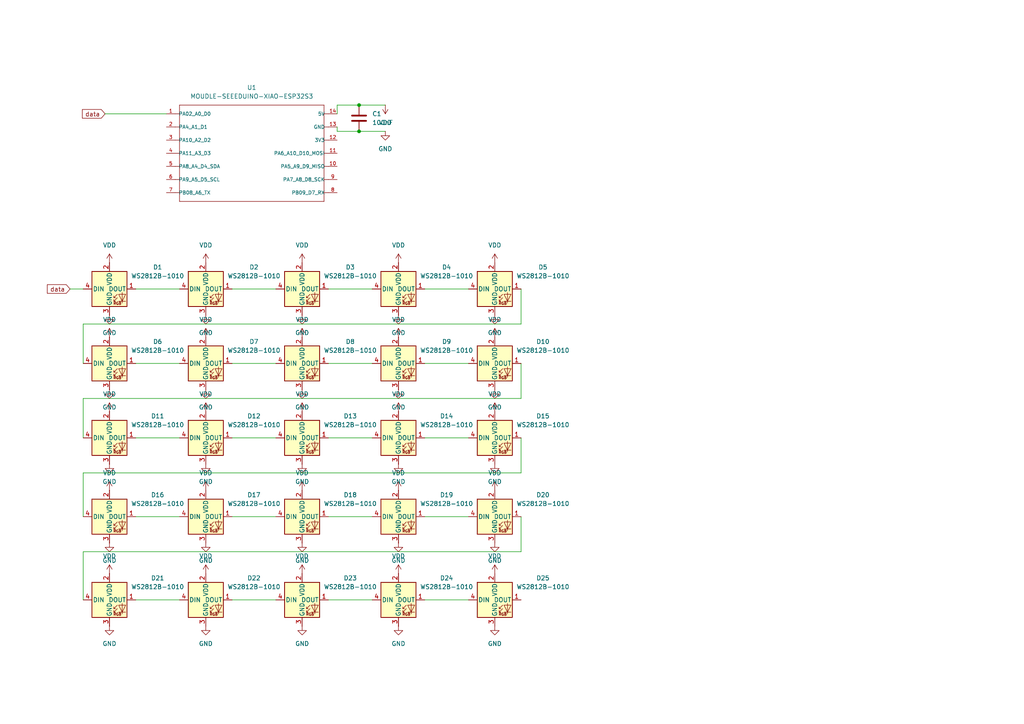
<source format=kicad_sch>
(kicad_sch (version 20231120) (generator "eeschema") (generator_version "8.0")
  (paper "A4")
  (lib_symbols
    (symbol "microled-square:C" (pin_numbers hide) (pin_names (offset 0.254))
      (property "Reference" "C" (at 0.635 2.54 0))
      (property "Value" "C" (at 0.635 -2.54 0))
      (symbol "C_0_1"
        (polyline (pts (xy -2.032 -0.762) (xy 2.032 -0.762)) (stroke (width 0.508)))
        (polyline (pts (xy -2.032 0.762) (xy 2.032 0.762)) (stroke (width 0.508)))
      )
      (symbol "C_1_1"
        (pin passive line (at 0 3.81 270) (length 2.794) (name "~") (number "1"))
        (pin passive line (at 0 -3.81 90) (length 2.794) (name "~") (number "2"))
      )
    )
    (symbol "microled-square:GND" (power) (pin_numbers hide) (pin_names (offset 0) hide)
      (property "Value" "GND" (at 0 -3.81 0))
      (symbol "GND_0_1"
        (polyline (pts (xy 0 0) (xy 0 -1.27) (xy 1.27 -1.27) (xy 0 -2.54) (xy -1.27 -1.27) (xy 0 -1.27)))
      )
      (symbol "GND_1_1"
        (pin power_in line (at 0 0 270) (length 0) (name "~") (number "1"))
      )
    )
    (symbol "microled-square:MOUDLE-SEEEDUINO-XIAO-ESP32S3" (pin_names (offset 1.016))
      (property "Reference" "U" (at -21.59 15.24 0))
      (property "Value" "MOUDLE-SEEEDUINO-XIAO-ESP32S3" (at -21.59 13.97 0))
      (symbol "MOUDLE-SEEEDUINO-XIAO-ESP32S3_0_0"
        (polyline (pts (xy -21.59 -13.97) (xy -21.59 0)) (stroke (width 0.1524)))
        (polyline (pts (xy -21.59 -11.43) (xy -22.86 -11.43)) (stroke (width 0.1524)))
        (polyline (pts (xy -21.59 -7.62) (xy -22.86 -7.62)) (stroke (width 0.1524)))
        (polyline (pts (xy -21.59 -3.81) (xy -22.86 -3.81)) (stroke (width 0.1524)))
        (polyline (pts (xy -21.59 0) (xy -22.86 0)) (stroke (width 0.1524)))
        (polyline (pts (xy -21.59 0) (xy -21.59 3.81)) (stroke (width 0.1524)))
        (polyline (pts (xy -21.59 3.81) (xy -22.86 3.81)) (stroke (width 0.1524)))
        (polyline (pts (xy -21.59 3.81) (xy -21.59 7.62)) (stroke (width 0.1524)))
        (polyline (pts (xy -21.59 7.62) (xy -22.86 7.62)) (stroke (width 0.1524)))
        (polyline (pts (xy -21.59 7.62) (xy -21.59 11.43)) (stroke (width 0.1524)))
        (polyline (pts (xy -21.59 11.43) (xy -22.86 11.43)) (stroke (width 0.1524)))
        (polyline (pts (xy -21.59 11.43) (xy -21.59 13.97)) (stroke (width 0.1524)))
        (polyline (pts (xy -21.59 13.97) (xy 20.32 13.97)) (stroke (width 0.1524)))
        (polyline (pts (xy 20.32 -13.97) (xy -21.59 -13.97)) (stroke (width 0.1524)))
        (polyline (pts (xy 20.32 3.81) (xy 20.32 -13.97)) (stroke (width 0.1524)))
        (polyline (pts (xy 20.32 7.62) (xy 20.32 3.81)) (stroke (width 0.1524)))
        (polyline (pts (xy 20.32 11.43) (xy 20.32 7.62)) (stroke (width 0.1524)))
        (polyline (pts (xy 20.32 13.97) (xy 20.32 11.43)) (stroke (width 0.1524)))
        (polyline (pts (xy 21.59 -11.43) (xy 20.32 -11.43)) (stroke (width 0.1524)))
        (polyline (pts (xy 21.59 -7.62) (xy 20.32 -7.62)) (stroke (width 0.1524)))
        (polyline (pts (xy 21.59 -3.81) (xy 20.32 -3.81)) (stroke (width 0.1524)))
        (polyline (pts (xy 21.59 0) (xy 20.32 0)) (stroke (width 0.1524)))
        (polyline (pts (xy 21.59 3.81) (xy 20.32 3.81)) (stroke (width 0.1524)))
        (polyline (pts (xy 21.59 7.62) (xy 20.32 7.62)) (stroke (width 0.1524)))
        (polyline (pts (xy 21.59 11.43) (xy 20.32 11.43)) (stroke (width 0.1524)))
        (pin bidirectional line (at -25.4 11.43 0) (length 2.54) (name "PA02_A0_D0") (number "1"))
        (pin bidirectional line (at 24.13 -3.81 180) (length 2.54) (name "PA5_A9_D9_MISO") (number "10"))
        (pin bidirectional line (at 24.13 0 180) (length 2.54) (name "PA6_A10_D10_MOSI") (number "11"))
        (pin bidirectional line (at 24.13 3.81 180) (length 2.54) (name "3V3") (number "12"))
        (pin bidirectional line (at 24.13 7.62 180) (length 2.54) (name "GND") (number "13"))
        (pin bidirectional line (at 24.13 11.43 180) (length 2.54) (name "5V") (number "14"))
        (pin bidirectional line (at -25.4 7.62 0) (length 2.54) (name "PA4_A1_D1") (number "2"))
        (pin bidirectional line (at -25.4 3.81 0) (length 2.54) (name "PA10_A2_D2") (number "3"))
        (pin bidirectional line (at -25.4 0 0) (length 2.54) (name "PA11_A3_D3") (number "4"))
        (pin bidirectional line (at -25.4 -3.81 0) (length 2.54) (name "PA8_A4_D4_SDA") (number "5"))
        (pin bidirectional line (at -25.4 -7.62 0) (length 2.54) (name "PA9_A5_D5_SCL") (number "6"))
        (pin bidirectional line (at -25.4 -11.43 0) (length 2.54) (name "PB08_A6_TX") (number "7"))
        (pin bidirectional line (at 24.13 -11.43 180) (length 2.54) (name "PB09_D7_RX") (number "8"))
        (pin bidirectional line (at 24.13 -7.62 180) (length 2.54) (name "PA7_A8_D8_SCK") (number "9"))
      )
    )
    (symbol "microled-square:VDD" (power) (pin_numbers hide) (pin_names (offset 0) hide)
      (property "Value" "VDD" (at 0 3.556 0))
      (symbol "VDD_0_1"
        (polyline (pts (xy -0.762 1.27) (xy 0 2.54)))
        (polyline (pts (xy 0 0) (xy 0 2.54)))
        (polyline (pts (xy 0 2.54) (xy 0.762 1.27)))
      )
      (symbol "VDD_1_1"
        (pin power_in line (at 0 0 90) (length 0) (name "~") (number "1"))
      )
    )
    (symbol "microled-square:WS2812B-1010" (pin_names (offset 0.254))
      (property "Reference" "D" (at 5.08 5.715 0))
      (property "Value" "WS2812B-1010" (at 1.27 -5.715 0))
      (symbol "WS2812B-1010_0_0"
        (text "RGB" (at 2.286 -4.191 0) (effects (font (size 0.762 0.762))))
      )
      (symbol "WS2812B-1010_0_1"
        (rectangle (start -5.08 5.08) (end 5.08 -5.08) (stroke (width 0.254)) (fill (type background)))
        (polyline (pts (xy 1.27 -3.556) (xy 1.778 -3.556)))
        (polyline (pts (xy 1.27 -2.54) (xy 1.778 -2.54)))
        (polyline (pts (xy 4.699 -3.556) (xy 2.667 -3.556)))
        (polyline (pts (xy 2.286 -2.54) (xy 1.27 -3.556) (xy 1.27 -3.048)))
        (polyline (pts (xy 2.286 -1.524) (xy 1.27 -2.54) (xy 1.27 -2.032)))
        (polyline (pts (xy 3.683 -1.016) (xy 3.683 -3.556) (xy 3.683 -4.064)))
        (polyline (pts (xy 4.699 -1.524) (xy 2.667 -1.524) (xy 3.683 -3.556) (xy 4.699 -1.524)))
      )
      (symbol "WS2812B-1010_1_1"
        (pin output line (at 7.62 0 180) (length 2.54) (name "DOUT") (number "1"))
        (pin power_in line (at 0 7.62 270) (length 2.54) (name "VDD") (number "2"))
        (pin power_in line (at 0 -7.62 90) (length 2.54) (name "GND") (number "3"))
        (pin input line (at -7.62 0 0) (length 2.54) (name "DIN") (number "4"))
      )
    )
  )
  (junction (at 104.14 30.48))
  (junction (at 104.14 38.1))
  (wire (pts (xy 123.19 173.99) (xy 135.89 173.99)))
  (wire (pts (xy 39.37 83.82) (xy 52.07 83.82)))
  (wire (pts (xy 95.25 105.41) (xy 107.95 105.41)))
  (wire (pts (xy 39.37 105.41) (xy 52.07 105.41)))
  (wire (pts (xy 97.79 30.48) (xy 104.14 30.48)))
  (wire (pts (xy 151.13 93.98) (xy 24.13 93.98)))
  (wire (pts (xy 24.13 137.16) (xy 24.13 149.86)))
  (wire (pts (xy 67.31 149.86) (xy 80.01 149.86)))
  (wire (pts (xy 39.37 127) (xy 52.07 127)))
  (wire (pts (xy 123.19 105.41) (xy 135.89 105.41)))
  (wire (pts (xy 95.25 83.82) (xy 107.95 83.82)))
  (wire (pts (xy 104.14 38.1) (xy 111.76 38.1)))
  (wire (pts (xy 151.13 127) (xy 151.13 137.16)))
  (wire (pts (xy 30.48 33.02) (xy 48.26 33.02)))
  (wire (pts (xy 104.14 30.48) (xy 111.76 30.48)))
  (wire (pts (xy 97.79 33.02) (xy 97.79 30.48)))
  (wire (pts (xy 24.13 115.57) (xy 24.13 127)))
  (wire (pts (xy 20.32 83.82) (xy 24.13 83.82)))
  (wire (pts (xy 123.19 127) (xy 135.89 127)))
  (wire (pts (xy 123.19 83.82) (xy 135.89 83.82)))
  (wire (pts (xy 151.13 83.82) (xy 151.13 93.98)))
  (wire (pts (xy 123.19 149.86) (xy 135.89 149.86)))
  (wire (pts (xy 67.31 173.99) (xy 80.01 173.99)))
  (wire (pts (xy 67.31 83.82) (xy 80.01 83.82)))
  (wire (pts (xy 151.13 105.41) (xy 151.13 115.57)))
  (wire (pts (xy 151.13 149.86) (xy 151.13 160.02)))
  (wire (pts (xy 24.13 93.98) (xy 24.13 105.41)))
  (wire (pts (xy 67.31 105.41) (xy 80.01 105.41)))
  (wire (pts (xy 97.79 38.1) (xy 104.14 38.1)))
  (wire (pts (xy 39.37 173.99) (xy 52.07 173.99)))
  (wire (pts (xy 39.37 149.86) (xy 52.07 149.86)))
  (wire (pts (xy 95.25 149.86) (xy 107.95 149.86)))
  (wire (pts (xy 97.79 36.83) (xy 97.79 38.1)))
  (wire (pts (xy 151.13 137.16) (xy 24.13 137.16)))
  (wire (pts (xy 151.13 160.02) (xy 24.13 160.02)))
  (wire (pts (xy 67.31 127) (xy 80.01 127)))
  (wire (pts (xy 24.13 160.02) (xy 24.13 173.99)))
  (wire (pts (xy 95.25 127) (xy 107.95 127)))
  (wire (pts (xy 95.25 173.99) (xy 107.95 173.99)))
  (wire (pts (xy 151.13 115.57) (xy 24.13 115.57)))
  (global_label "data" (shape input) (at 30.48 33.02 180) (property "Intersheetrefs" "${INTERSHEET_REFS}" (effects (hide yes))))
  (global_label "data" (shape input) (at 20.32 83.82 180) (property "Intersheetrefs" "${INTERSHEET_REFS}" (effects (hide yes))))
  (symbol (lib_id "microled-square:GND") (at 115.57 157.48 0) (unit 1)
    (property "Reference" "#PWR046" (effects (hide yes)))
    (property "Value" "GND" (at 115.57 162.56 0))
    (property "Description" "Power symbol creates a global label with name \"GND\" , ground" (effects (hide yes)))
  )
  (symbol (lib_id "microled-square:VDD") (at 59.69 166.37 0) (unit 1)
    (property "Reference" "#PWR024" (effects (hide yes)))
    (property "Value" "VDD" (at 59.69 161.29 0))
    (property "Description" "Power symbol creates a global label with name \"VDD\"" (effects (hide yes)))
  )
  (symbol (lib_id "microled-square:GND") (at 31.75 157.48 0) (unit 1)
    (property "Reference" "#PWR043" (effects (hide yes)))
    (property "Value" "GND" (at 31.75 162.56 0))
    (property "Description" "Power symbol creates a global label with name \"GND\" , ground" (effects (hide yes)))
  )
  (symbol (lib_id "microled-square:VDD") (at 87.63 166.37 0) (unit 1)
    (property "Reference" "#PWR025" (effects (hide yes)))
    (property "Value" "VDD" (at 87.63 161.29 0))
    (property "Description" "Power symbol creates a global label with name \"VDD\"" (effects (hide yes)))
  )
  (symbol (lib_id "microled-square:WS2812B-1010") (at 87.63 105.41 0) (unit 1)
    (property "Reference" "D8" (at 101.6 99.0914 0))
    (property "Value" "WS2812B-1010" (at 101.6 101.6314 0))
    (property "Footprint" "LED_SMD:LED_WS2812B-2020_PLCC4_2.0x2.0mm" (effects (hide yes)))
    (property "Datasheet" "https://wmsc.lcsc.com/wmsc/upload/file/pdf/v2/lcsc/2402181502_XINGLIGHT-XL-1010RGBC-WS2812B_C5349953.pdf" (effects (hide yes)))
    (property "Description" "RGB LED with integrated controller, 1.0 x 1.0 mm" (effects (hide yes)))
  )
  (symbol (lib_id "microled-square:WS2812B-1010") (at 115.57 83.82 0) (unit 1)
    (property "Reference" "D4" (at 129.54 77.5014 0))
    (property "Value" "WS2812B-1010" (at 129.54 80.0414 0))
    (property "Footprint" "LED_SMD:LED_WS2812B-2020_PLCC4_2.0x2.0mm" (effects (hide yes)))
    (property "Datasheet" "https://wmsc.lcsc.com/wmsc/upload/file/pdf/v2/lcsc/2402181502_XINGLIGHT-XL-1010RGBC-WS2812B_C5349953.pdf" (effects (hide yes)))
    (property "Description" "RGB LED with integrated controller, 1.0 x 1.0 mm" (effects (hide yes)))
  )
  (symbol (lib_id "microled-square:WS2812B-1010") (at 31.75 149.86 0) (unit 1)
    (property "Reference" "D16" (at 45.72 143.5414 0))
    (property "Value" "WS2812B-1010" (at 45.72 146.0814 0))
    (property "Footprint" "LED_SMD:LED_WS2812B-2020_PLCC4_2.0x2.0mm" (effects (hide yes)))
    (property "Datasheet" "https://wmsc.lcsc.com/wmsc/upload/file/pdf/v2/lcsc/2402181502_XINGLIGHT-XL-1010RGBC-WS2812B_C5349953.pdf" (effects (hide yes)))
    (property "Description" "RGB LED with integrated controller, 1.0 x 1.0 mm" (effects (hide yes)))
  )
  (symbol (lib_id "microled-square:VDD") (at 143.51 166.37 0) (unit 1)
    (property "Reference" "#PWR027" (effects (hide yes)))
    (property "Value" "VDD" (at 143.51 161.29 0))
    (property "Description" "Power symbol creates a global label with name \"VDD\"" (effects (hide yes)))
  )
  (symbol (lib_id "microled-square:GND") (at 143.51 91.44 0) (unit 1)
    (property "Reference" "#PWR032" (effects (hide yes)))
    (property "Value" "GND" (at 143.51 96.52 0))
    (property "Description" "Power symbol creates a global label with name \"GND\" , ground" (effects (hide yes)))
  )
  (symbol (lib_id "microled-square:VDD") (at 87.63 119.38 0) (unit 1)
    (property "Reference" "#PWR015" (effects (hide yes)))
    (property "Value" "VDD" (at 87.63 114.3 0))
    (property "Description" "Power symbol creates a global label with name \"VDD\"" (effects (hide yes)))
  )
  (symbol (lib_id "microled-square:VDD") (at 87.63 142.24 0) (unit 1)
    (property "Reference" "#PWR020" (effects (hide yes)))
    (property "Value" "VDD" (at 87.63 137.16 0))
    (property "Description" "Power symbol creates a global label with name \"VDD\"" (effects (hide yes)))
  )
  (symbol (lib_id "microled-square:WS2812B-1010") (at 87.63 173.99 0) (unit 1)
    (property "Reference" "D23" (at 101.6 167.6714 0))
    (property "Value" "WS2812B-1010" (at 101.6 170.2114 0))
    (property "Footprint" "LED_SMD:LED_WS2812B-2020_PLCC4_2.0x2.0mm" (effects (hide yes)))
    (property "Datasheet" "https://wmsc.lcsc.com/wmsc/upload/file/pdf/v2/lcsc/2402181502_XINGLIGHT-XL-1010RGBC-WS2812B_C5349953.pdf" (effects (hide yes)))
    (property "Description" "RGB LED with integrated controller, 1.0 x 1.0 mm" (effects (hide yes)))
  )
  (symbol (lib_id "microled-square:GND") (at 59.69 134.62 0) (unit 1)
    (property "Reference" "#PWR041" (effects (hide yes)))
    (property "Value" "GND" (at 59.69 139.7 0))
    (property "Description" "Power symbol creates a global label with name \"GND\" , ground" (effects (hide yes)))
  )
  (symbol (lib_id "microled-square:VDD") (at 115.57 166.37 0) (unit 1)
    (property "Reference" "#PWR026" (effects (hide yes)))
    (property "Value" "VDD" (at 115.57 161.29 0))
    (property "Description" "Power symbol creates a global label with name \"VDD\"" (effects (hide yes)))
  )
  (symbol (lib_id "microled-square:VDD") (at 111.76 30.48 180) (unit 1)
    (property "Reference" "#PWR01" (effects (hide yes)))
    (property "Value" "VDD" (at 111.76 35.56 0))
    (property "Description" "Power symbol creates a global label with name \"VDD\"" (effects (hide yes)))
  )
  (symbol (lib_id "microled-square:WS2812B-1010") (at 115.57 173.99 0) (unit 1)
    (property "Reference" "D24" (at 129.54 167.6714 0))
    (property "Value" "WS2812B-1010" (at 129.54 170.2114 0))
    (property "Footprint" "LED_SMD:LED_WS2812B-2020_PLCC4_2.0x2.0mm" (effects (hide yes)))
    (property "Datasheet" "https://wmsc.lcsc.com/wmsc/upload/file/pdf/v2/lcsc/2402181502_XINGLIGHT-XL-1010RGBC-WS2812B_C5349953.pdf" (effects (hide yes)))
    (property "Description" "RGB LED with integrated controller, 1.0 x 1.0 mm" (effects (hide yes)))
  )
  (symbol (lib_id "microled-square:WS2812B-1010") (at 115.57 127 0) (unit 1)
    (property "Reference" "D14" (at 129.54 120.6814 0))
    (property "Value" "WS2812B-1010" (at 129.54 123.2214 0))
    (property "Footprint" "LED_SMD:LED_WS2812B-2020_PLCC4_2.0x2.0mm" (effects (hide yes)))
    (property "Datasheet" "https://wmsc.lcsc.com/wmsc/upload/file/pdf/v2/lcsc/2402181502_XINGLIGHT-XL-1010RGBC-WS2812B_C5349953.pdf" (effects (hide yes)))
    (property "Description" "RGB LED with integrated controller, 1.0 x 1.0 mm" (effects (hide yes)))
  )
  (symbol (lib_id "microled-square:VDD") (at 31.75 119.38 0) (unit 1)
    (property "Reference" "#PWR013" (effects (hide yes)))
    (property "Value" "VDD" (at 31.75 114.3 0))
    (property "Description" "Power symbol creates a global label with name \"VDD\"" (effects (hide yes)))
  )
  (symbol (lib_id "microled-square:WS2812B-1010") (at 87.63 149.86 0) (unit 1)
    (property "Reference" "D18" (at 101.6 143.5414 0))
    (property "Value" "WS2812B-1010" (at 101.6 146.0814 0))
    (property "Footprint" "LED_SMD:LED_WS2812B-2020_PLCC4_2.0x2.0mm" (effects (hide yes)))
    (property "Datasheet" "https://wmsc.lcsc.com/wmsc/upload/file/pdf/v2/lcsc/2402181502_XINGLIGHT-XL-1010RGBC-WS2812B_C5349953.pdf" (effects (hide yes)))
    (property "Description" "RGB LED with integrated controller, 1.0 x 1.0 mm" (effects (hide yes)))
  )
  (symbol (lib_id "microled-square:VDD") (at 143.51 76.2 0) (unit 1)
    (property "Reference" "#PWR07" (effects (hide yes)))
    (property "Value" "VDD" (at 143.51 71.12 0))
    (property "Description" "Power symbol creates a global label with name \"VDD\"" (effects (hide yes)))
  )
  (symbol (lib_id "microled-square:WS2812B-1010") (at 143.51 149.86 0) (unit 1)
    (property "Reference" "D20" (at 157.48 143.5414 0))
    (property "Value" "WS2812B-1010" (at 157.48 146.0814 0))
    (property "Footprint" "LED_SMD:LED_WS2812B-2020_PLCC4_2.0x2.0mm" (effects (hide yes)))
    (property "Datasheet" "https://wmsc.lcsc.com/wmsc/upload/file/pdf/v2/lcsc/2402181502_XINGLIGHT-XL-1010RGBC-WS2812B_C5349953.pdf" (effects (hide yes)))
    (property "Description" "RGB LED with integrated controller, 1.0 x 1.0 mm" (effects (hide yes)))
  )
  (symbol (lib_id "microled-square:GND") (at 59.69 157.48 0) (unit 1)
    (property "Reference" "#PWR044" (effects (hide yes)))
    (property "Value" "GND" (at 59.69 162.56 0))
    (property "Description" "Power symbol creates a global label with name \"GND\" , ground" (effects (hide yes)))
  )
  (symbol (lib_id "microled-square:C") (at 104.14 34.29 0) (unit 1)
    (property "Reference" "C1" (at 107.95 33.0199 0) (effects (justify left)))
    (property "Value" "100nF" (at 107.95 35.5599 0) (effects (justify left)))
    (property "Description" "Unpolarized capacitor" (effects (hide yes)))
  )
  (symbol (lib_id "microled-square:VDD") (at 143.51 119.38 0) (unit 1)
    (property "Reference" "#PWR017" (effects (hide yes)))
    (property "Value" "VDD" (at 143.51 114.3 0))
    (property "Description" "Power symbol creates a global label with name \"VDD\"" (effects (hide yes)))
  )
  (symbol (lib_id "microled-square:GND") (at 59.69 113.03 0) (unit 1)
    (property "Reference" "#PWR034" (effects (hide yes)))
    (property "Value" "GND" (at 59.69 118.11 0))
    (property "Description" "Power symbol creates a global label with name \"GND\" , ground" (effects (hide yes)))
  )
  (symbol (lib_id "microled-square:WS2812B-1010") (at 59.69 149.86 0) (unit 1)
    (property "Reference" "D17" (at 73.66 143.5414 0))
    (property "Value" "WS2812B-1010" (at 73.66 146.0814 0))
    (property "Footprint" "LED_SMD:LED_WS2812B-2020_PLCC4_2.0x2.0mm" (effects (hide yes)))
    (property "Datasheet" "https://wmsc.lcsc.com/wmsc/upload/file/pdf/v2/lcsc/2402181502_XINGLIGHT-XL-1010RGBC-WS2812B_C5349953.pdf" (effects (hide yes)))
    (property "Description" "RGB LED with integrated controller, 1.0 x 1.0 mm" (effects (hide yes)))
  )
  (symbol (lib_id "microled-square:GND") (at 31.75 181.61 0) (unit 1)
    (property "Reference" "#PWR052" (effects (hide yes)))
    (property "Value" "GND" (at 31.75 186.69 0))
    (property "Description" "Power symbol creates a global label with name \"GND\" , ground" (effects (hide yes)))
  )
  (symbol (lib_id "microled-square:WS2812B-1010") (at 143.51 105.41 0) (unit 1)
    (property "Reference" "D10" (at 157.48 99.0914 0))
    (property "Value" "WS2812B-1010" (at 157.48 101.6314 0))
    (property "Footprint" "LED_SMD:LED_WS2812B-2020_PLCC4_2.0x2.0mm" (effects (hide yes)))
    (property "Datasheet" "https://wmsc.lcsc.com/wmsc/upload/file/pdf/v2/lcsc/2402181502_XINGLIGHT-XL-1010RGBC-WS2812B_C5349953.pdf" (effects (hide yes)))
    (property "Description" "RGB LED with integrated controller, 1.0 x 1.0 mm" (effects (hide yes)))
  )
  (symbol (lib_id "microled-square:VDD") (at 115.57 76.2 0) (unit 1)
    (property "Reference" "#PWR06" (effects (hide yes)))
    (property "Value" "VDD" (at 115.57 71.12 0))
    (property "Description" "Power symbol creates a global label with name \"VDD\"" (effects (hide yes)))
  )
  (symbol (lib_id "microled-square:GND") (at 111.76 38.1 0) (unit 1)
    (property "Reference" "#PWR02" (effects (hide yes)))
    (property "Value" "GND" (at 111.76 43.18 0))
    (property "Description" "Power symbol creates a global label with name \"GND\" , ground" (effects (hide yes)))
  )
  (symbol (lib_id "microled-square:MOUDLE-SEEEDUINO-XIAO-ESP32S3") (at 73.66 44.45 0) (unit 1)
    (property "Reference" "U1" (at 73.025 25.4 0))
    (property "Value" "MOUDLE-SEEEDUINO-XIAO-ESP32S3" (at 73.025 27.94 0))
    (property "Footprint" "MOUDLE14P-SMD-2.54-21X17.8MM" (effects (hide yes)))
  )
  (symbol (lib_id "microled-square:WS2812B-1010") (at 59.69 127 0) (unit 1)
    (property "Reference" "D12" (at 73.66 120.6814 0))
    (property "Value" "WS2812B-1010" (at 73.66 123.2214 0))
    (property "Footprint" "LED_SMD:LED_WS2812B-2020_PLCC4_2.0x2.0mm" (effects (hide yes)))
    (property "Datasheet" "https://wmsc.lcsc.com/wmsc/upload/file/pdf/v2/lcsc/2402181502_XINGLIGHT-XL-1010RGBC-WS2812B_C5349953.pdf" (effects (hide yes)))
    (property "Description" "RGB LED with integrated controller, 1.0 x 1.0 mm" (effects (hide yes)))
  )
  (symbol (lib_id "microled-square:VDD") (at 115.57 142.24 0) (unit 1)
    (property "Reference" "#PWR019" (effects (hide yes)))
    (property "Value" "VDD" (at 115.57 137.16 0))
    (property "Description" "Power symbol creates a global label with name \"VDD\"" (effects (hide yes)))
  )
  (symbol (lib_id "microled-square:GND") (at 143.51 113.03 0) (unit 1)
    (property "Reference" "#PWR037" (effects (hide yes)))
    (property "Value" "GND" (at 143.51 118.11 0))
    (property "Description" "Power symbol creates a global label with name \"GND\" , ground" (effects (hide yes)))
  )
  (symbol (lib_id "microled-square:WS2812B-1010") (at 31.75 105.41 0) (unit 1)
    (property "Reference" "D6" (at 45.72 99.0914 0))
    (property "Value" "WS2812B-1010" (at 45.72 101.6314 0))
    (property "Footprint" "LED_SMD:LED_WS2812B-2020_PLCC4_2.0x2.0mm" (effects (hide yes)))
    (property "Datasheet" "https://wmsc.lcsc.com/wmsc/upload/file/pdf/v2/lcsc/2402181502_XINGLIGHT-XL-1010RGBC-WS2812B_C5349953.pdf" (effects (hide yes)))
    (property "Description" "RGB LED with integrated controller, 1.0 x 1.0 mm" (effects (hide yes)))
  )
  (symbol (lib_id "microled-square:WS2812B-1010") (at 115.57 105.41 0) (unit 1)
    (property "Reference" "D9" (at 129.54 99.0914 0))
    (property "Value" "WS2812B-1010" (at 129.54 101.6314 0))
    (property "Footprint" "LED_SMD:LED_WS2812B-2020_PLCC4_2.0x2.0mm" (effects (hide yes)))
    (property "Datasheet" "https://wmsc.lcsc.com/wmsc/upload/file/pdf/v2/lcsc/2402181502_XINGLIGHT-XL-1010RGBC-WS2812B_C5349953.pdf" (effects (hide yes)))
    (property "Description" "RGB LED with integrated controller, 1.0 x 1.0 mm" (effects (hide yes)))
  )
  (symbol (lib_id "microled-square:VDD") (at 31.75 166.37 0) (unit 1)
    (property "Reference" "#PWR023" (effects (hide yes)))
    (property "Value" "VDD" (at 31.75 161.29 0))
    (property "Description" "Power symbol creates a global label with name \"VDD\"" (effects (hide yes)))
  )
  (symbol (lib_id "microled-square:GND") (at 115.57 113.03 0) (unit 1)
    (property "Reference" "#PWR036" (effects (hide yes)))
    (property "Value" "GND" (at 115.57 118.11 0))
    (property "Description" "Power symbol creates a global label with name \"GND\" , ground" (effects (hide yes)))
  )
  (symbol (lib_id "microled-square:GND") (at 87.63 91.44 0) (unit 1)
    (property "Reference" "#PWR030" (effects (hide yes)))
    (property "Value" "GND" (at 87.63 96.52 0))
    (property "Description" "Power symbol creates a global label with name \"GND\" , ground" (effects (hide yes)))
  )
  (symbol (lib_id "microled-square:GND") (at 115.57 134.62 0) (unit 1)
    (property "Reference" "#PWR039" (effects (hide yes)))
    (property "Value" "GND" (at 115.57 139.7 0))
    (property "Description" "Power symbol creates a global label with name \"GND\" , ground" (effects (hide yes)))
  )
  (symbol (lib_id "microled-square:GND") (at 59.69 91.44 0) (unit 1)
    (property "Reference" "#PWR029" (effects (hide yes)))
    (property "Value" "GND" (at 59.69 96.52 0))
    (property "Description" "Power symbol creates a global label with name \"GND\" , ground" (effects (hide yes)))
  )
  (symbol (lib_id "microled-square:GND") (at 31.75 113.03 0) (unit 1)
    (property "Reference" "#PWR033" (effects (hide yes)))
    (property "Value" "GND" (at 31.75 118.11 0))
    (property "Description" "Power symbol creates a global label with name \"GND\" , ground" (effects (hide yes)))
  )
  (symbol (lib_id "microled-square:VDD") (at 31.75 76.2 0) (unit 1)
    (property "Reference" "#PWR03" (effects (hide yes)))
    (property "Value" "VDD" (at 31.75 71.12 0))
    (property "Description" "Power symbol creates a global label with name \"VDD\"" (effects (hide yes)))
  )
  (symbol (lib_id "microled-square:WS2812B-1010") (at 31.75 127 0) (unit 1)
    (property "Reference" "D11" (at 45.72 120.6814 0))
    (property "Value" "WS2812B-1010" (at 45.72 123.2214 0))
    (property "Footprint" "LED_SMD:LED_WS2812B-2020_PLCC4_2.0x2.0mm" (effects (hide yes)))
    (property "Datasheet" "https://wmsc.lcsc.com/wmsc/upload/file/pdf/v2/lcsc/2402181502_XINGLIGHT-XL-1010RGBC-WS2812B_C5349953.pdf" (effects (hide yes)))
    (property "Description" "RGB LED with integrated controller, 1.0 x 1.0 mm" (effects (hide yes)))
  )
  (symbol (lib_id "microled-square:VDD") (at 143.51 97.79 0) (unit 1)
    (property "Reference" "#PWR08" (effects (hide yes)))
    (property "Value" "VDD" (at 143.51 92.71 0))
    (property "Description" "Power symbol creates a global label with name \"VDD\"" (effects (hide yes)))
  )
  (symbol (lib_id "microled-square:VDD") (at 59.69 119.38 0) (unit 1)
    (property "Reference" "#PWR014" (effects (hide yes)))
    (property "Value" "VDD" (at 59.69 114.3 0))
    (property "Description" "Power symbol creates a global label with name \"VDD\"" (effects (hide yes)))
  )
  (symbol (lib_id "microled-square:VDD") (at 59.69 97.79 0) (unit 1)
    (property "Reference" "#PWR011" (effects (hide yes)))
    (property "Value" "VDD" (at 59.69 92.71 0))
    (property "Description" "Power symbol creates a global label with name \"VDD\"" (effects (hide yes)))
  )
  (symbol (lib_id "microled-square:GND") (at 87.63 113.03 0) (unit 1)
    (property "Reference" "#PWR035" (effects (hide yes)))
    (property "Value" "GND" (at 87.63 118.11 0))
    (property "Description" "Power symbol creates a global label with name \"GND\" , ground" (effects (hide yes)))
  )
  (symbol (lib_id "microled-square:GND") (at 31.75 134.62 0) (unit 1)
    (property "Reference" "#PWR042" (effects (hide yes)))
    (property "Value" "GND" (at 31.75 139.7 0))
    (property "Description" "Power symbol creates a global label with name \"GND\" , ground" (effects (hide yes)))
  )
  (symbol (lib_id "microled-square:WS2812B-1010") (at 59.69 173.99 0) (unit 1)
    (property "Reference" "D22" (at 73.66 167.6714 0))
    (property "Value" "WS2812B-1010" (at 73.66 170.2114 0))
    (property "Footprint" "LED_SMD:LED_WS2812B-2020_PLCC4_2.0x2.0mm" (effects (hide yes)))
    (property "Datasheet" "https://wmsc.lcsc.com/wmsc/upload/file/pdf/v2/lcsc/2402181502_XINGLIGHT-XL-1010RGBC-WS2812B_C5349953.pdf" (effects (hide yes)))
    (property "Description" "RGB LED with integrated controller, 1.0 x 1.0 mm" (effects (hide yes)))
  )
  (symbol (lib_id "microled-square:WS2812B-1010") (at 59.69 105.41 0) (unit 1)
    (property "Reference" "D7" (at 73.66 99.0914 0))
    (property "Value" "WS2812B-1010" (at 73.66 101.6314 0))
    (property "Footprint" "LED_SMD:LED_WS2812B-2020_PLCC4_2.0x2.0mm" (effects (hide yes)))
    (property "Datasheet" "https://wmsc.lcsc.com/wmsc/upload/file/pdf/v2/lcsc/2402181502_XINGLIGHT-XL-1010RGBC-WS2812B_C5349953.pdf" (effects (hide yes)))
    (property "Description" "RGB LED with integrated controller, 1.0 x 1.0 mm" (effects (hide yes)))
  )
  (symbol (lib_id "microled-square:WS2812B-1010") (at 31.75 83.82 0) (unit 1)
    (property "Reference" "D1" (at 45.72 77.5014 0))
    (property "Value" "WS2812B-1010" (at 45.72 80.0414 0))
    (property "Footprint" "LED_SMD:LED_WS2812B-2020_PLCC4_2.0x2.0mm" (effects (hide yes)))
    (property "Datasheet" "https://wmsc.lcsc.com/wmsc/upload/file/pdf/v2/lcsc/2402181502_XINGLIGHT-XL-1010RGBC-WS2812B_C5349953.pdf" (effects (hide yes)))
    (property "Description" "RGB LED with integrated controller, 1.0 x 1.0 mm" (effects (hide yes)))
  )
  (symbol (lib_id "microled-square:GND") (at 143.51 157.48 0) (unit 1)
    (property "Reference" "#PWR047" (effects (hide yes)))
    (property "Value" "GND" (at 143.51 162.56 0))
    (property "Description" "Power symbol creates a global label with name \"GND\" , ground" (effects (hide yes)))
  )
  (symbol (lib_id "microled-square:GND") (at 115.57 181.61 0) (unit 1)
    (property "Reference" "#PWR049" (effects (hide yes)))
    (property "Value" "GND" (at 115.57 186.69 0))
    (property "Description" "Power symbol creates a global label with name \"GND\" , ground" (effects (hide yes)))
  )
  (symbol (lib_id "microled-square:GND") (at 115.57 91.44 0) (unit 1)
    (property "Reference" "#PWR031" (effects (hide yes)))
    (property "Value" "GND" (at 115.57 96.52 0))
    (property "Description" "Power symbol creates a global label with name \"GND\" , ground" (effects (hide yes)))
  )
  (symbol (lib_id "microled-square:WS2812B-1010") (at 87.63 127 0) (unit 1)
    (property "Reference" "D13" (at 101.6 120.6814 0))
    (property "Value" "WS2812B-1010" (at 101.6 123.2214 0))
    (property "Footprint" "LED_SMD:LED_WS2812B-2020_PLCC4_2.0x2.0mm" (effects (hide yes)))
    (property "Datasheet" "https://wmsc.lcsc.com/wmsc/upload/file/pdf/v2/lcsc/2402181502_XINGLIGHT-XL-1010RGBC-WS2812B_C5349953.pdf" (effects (hide yes)))
    (property "Description" "RGB LED with integrated controller, 1.0 x 1.0 mm" (effects (hide yes)))
  )
  (symbol (lib_id "microled-square:WS2812B-1010") (at 115.57 149.86 0) (unit 1)
    (property "Reference" "D19" (at 129.54 143.5414 0))
    (property "Value" "WS2812B-1010" (at 129.54 146.0814 0))
    (property "Footprint" "LED_SMD:LED_WS2812B-2020_PLCC4_2.0x2.0mm" (effects (hide yes)))
    (property "Datasheet" "https://wmsc.lcsc.com/wmsc/upload/file/pdf/v2/lcsc/2402181502_XINGLIGHT-XL-1010RGBC-WS2812B_C5349953.pdf" (effects (hide yes)))
    (property "Description" "RGB LED with integrated controller, 1.0 x 1.0 mm" (effects (hide yes)))
  )
  (symbol (lib_id "microled-square:VDD") (at 87.63 97.79 0) (unit 1)
    (property "Reference" "#PWR010" (effects (hide yes)))
    (property "Value" "VDD" (at 87.63 92.71 0))
    (property "Description" "Power symbol creates a global label with name \"VDD\"" (effects (hide yes)))
  )
  (symbol (lib_id "microled-square:WS2812B-1010") (at 143.51 173.99 0) (unit 1)
    (property "Reference" "D25" (at 157.48 167.6714 0))
    (property "Value" "WS2812B-1010" (at 157.48 170.2114 0))
    (property "Footprint" "LED_SMD:LED_WS2812B-2020_PLCC4_2.0x2.0mm" (effects (hide yes)))
    (property "Datasheet" "https://wmsc.lcsc.com/wmsc/upload/file/pdf/v2/lcsc/2402181502_XINGLIGHT-XL-1010RGBC-WS2812B_C5349953.pdf" (effects (hide yes)))
    (property "Description" "RGB LED with integrated controller, 1.0 x 1.0 mm" (effects (hide yes)))
  )
  (symbol (lib_id "microled-square:VDD") (at 31.75 142.24 0) (unit 1)
    (property "Reference" "#PWR022" (effects (hide yes)))
    (property "Value" "VDD" (at 31.75 137.16 0))
    (property "Description" "Power symbol creates a global label with name \"VDD\"" (effects (hide yes)))
  )
  (symbol (lib_id "microled-square:GND") (at 87.63 157.48 0) (unit 1)
    (property "Reference" "#PWR045" (effects (hide yes)))
    (property "Value" "GND" (at 87.63 162.56 0))
    (property "Description" "Power symbol creates a global label with name \"GND\" , ground" (effects (hide yes)))
  )
  (symbol (lib_id "microled-square:GND") (at 87.63 181.61 0) (unit 1)
    (property "Reference" "#PWR050" (effects (hide yes)))
    (property "Value" "GND" (at 87.63 186.69 0))
    (property "Description" "Power symbol creates a global label with name \"GND\" , ground" (effects (hide yes)))
  )
  (symbol (lib_id "microled-square:VDD") (at 59.69 142.24 0) (unit 1)
    (property "Reference" "#PWR021" (effects (hide yes)))
    (property "Value" "VDD" (at 59.69 137.16 0))
    (property "Description" "Power symbol creates a global label with name \"VDD\"" (effects (hide yes)))
  )
  (symbol (lib_id "microled-square:GND") (at 59.69 181.61 0) (unit 1)
    (property "Reference" "#PWR051" (effects (hide yes)))
    (property "Value" "GND" (at 59.69 186.69 0))
    (property "Description" "Power symbol creates a global label with name \"GND\" , ground" (effects (hide yes)))
  )
  (symbol (lib_id "microled-square:VDD") (at 115.57 97.79 0) (unit 1)
    (property "Reference" "#PWR09" (effects (hide yes)))
    (property "Value" "VDD" (at 115.57 92.71 0))
    (property "Description" "Power symbol creates a global label with name \"VDD\"" (effects (hide yes)))
  )
  (symbol (lib_id "microled-square:VDD") (at 115.57 119.38 0) (unit 1)
    (property "Reference" "#PWR016" (effects (hide yes)))
    (property "Value" "VDD" (at 115.57 114.3 0))
    (property "Description" "Power symbol creates a global label with name \"VDD\"" (effects (hide yes)))
  )
  (symbol (lib_id "microled-square:GND") (at 143.51 181.61 0) (unit 1)
    (property "Reference" "#PWR048" (effects (hide yes)))
    (property "Value" "GND" (at 143.51 186.69 0))
    (property "Description" "Power symbol creates a global label with name \"GND\" , ground" (effects (hide yes)))
  )
  (symbol (lib_id "microled-square:WS2812B-1010") (at 143.51 83.82 0) (unit 1)
    (property "Reference" "D5" (at 157.48 77.5014 0))
    (property "Value" "WS2812B-1010" (at 157.48 80.0414 0))
    (property "Footprint" "LED_SMD:LED_WS2812B-2020_PLCC4_2.0x2.0mm" (effects (hide yes)))
    (property "Datasheet" "https://wmsc.lcsc.com/wmsc/upload/file/pdf/v2/lcsc/2402181502_XINGLIGHT-XL-1010RGBC-WS2812B_C5349953.pdf" (effects (hide yes)))
    (property "Description" "RGB LED with integrated controller, 1.0 x 1.0 mm" (effects (hide yes)))
  )
  (symbol (lib_id "microled-square:GND") (at 143.51 134.62 0) (unit 1)
    (property "Reference" "#PWR038" (effects (hide yes)))
    (property "Value" "GND" (at 143.51 139.7 0))
    (property "Description" "Power symbol creates a global label with name \"GND\" , ground" (effects (hide yes)))
  )
  (symbol (lib_id "microled-square:VDD") (at 59.69 76.2 0) (unit 1)
    (property "Reference" "#PWR04" (effects (hide yes)))
    (property "Value" "VDD" (at 59.69 71.12 0))
    (property "Description" "Power symbol creates a global label with name \"VDD\"" (effects (hide yes)))
  )
  (symbol (lib_id "microled-square:WS2812B-1010") (at 87.63 83.82 0) (unit 1)
    (property "Reference" "D3" (at 101.6 77.5014 0))
    (property "Value" "WS2812B-1010" (at 101.6 80.0414 0))
    (property "Footprint" "LED_SMD:LED_WS2812B-2020_PLCC4_2.0x2.0mm" (effects (hide yes)))
    (property "Datasheet" "https://wmsc.lcsc.com/wmsc/upload/file/pdf/v2/lcsc/2402181502_XINGLIGHT-XL-1010RGBC-WS2812B_C5349953.pdf" (effects (hide yes)))
    (property "Description" "RGB LED with integrated controller, 1.0 x 1.0 mm" (effects (hide yes)))
  )
  (symbol (lib_id "microled-square:GND") (at 87.63 134.62 0) (unit 1)
    (property "Reference" "#PWR040" (effects (hide yes)))
    (property "Value" "GND" (at 87.63 139.7 0))
    (property "Description" "Power symbol creates a global label with name \"GND\" , ground" (effects (hide yes)))
  )
  (symbol (lib_id "microled-square:WS2812B-1010") (at 31.75 173.99 0) (unit 1)
    (property "Reference" "D21" (at 45.72 167.6714 0))
    (property "Value" "WS2812B-1010" (at 45.72 170.2114 0))
    (property "Footprint" "LED_SMD:LED_WS2812B-2020_PLCC4_2.0x2.0mm" (effects (hide yes)))
    (property "Datasheet" "https://wmsc.lcsc.com/wmsc/upload/file/pdf/v2/lcsc/2402181502_XINGLIGHT-XL-1010RGBC-WS2812B_C5349953.pdf" (effects (hide yes)))
    (property "Description" "RGB LED with integrated controller, 1.0 x 1.0 mm" (effects (hide yes)))
  )
  (symbol (lib_id "microled-square:VDD") (at 87.63 76.2 0) (unit 1)
    (property "Reference" "#PWR05" (effects (hide yes)))
    (property "Value" "VDD" (at 87.63 71.12 0))
    (property "Description" "Power symbol creates a global label with name \"VDD\"" (effects (hide yes)))
  )
  (symbol (lib_id "microled-square:GND") (at 31.75 91.44 0) (unit 1)
    (property "Reference" "#PWR028" (effects (hide yes)))
    (property "Value" "GND" (at 31.75 96.52 0))
    (property "Description" "Power symbol creates a global label with name \"GND\" , ground" (effects (hide yes)))
  )
  (symbol (lib_id "microled-square:WS2812B-1010") (at 143.51 127 0) (unit 1)
    (property "Reference" "D15" (at 157.48 120.6814 0))
    (property "Value" "WS2812B-1010" (at 157.48 123.2214 0))
    (property "Footprint" "LED_SMD:LED_WS2812B-2020_PLCC4_2.0x2.0mm" (effects (hide yes)))
    (property "Datasheet" "https://wmsc.lcsc.com/wmsc/upload/file/pdf/v2/lcsc/2402181502_XINGLIGHT-XL-1010RGBC-WS2812B_C5349953.pdf" (effects (hide yes)))
    (property "Description" "RGB LED with integrated controller, 1.0 x 1.0 mm" (effects (hide yes)))
  )
  (symbol (lib_id "microled-square:VDD") (at 143.51 142.24 0) (unit 1)
    (property "Reference" "#PWR018" (effects (hide yes)))
    (property "Value" "VDD" (at 143.51 137.16 0))
    (property "Description" "Power symbol creates a global label with name \"VDD\"" (effects (hide yes)))
  )
  (symbol (lib_id "microled-square:WS2812B-1010") (at 59.69 83.82 0) (unit 1)
    (property "Reference" "D2" (at 73.66 77.5014 0))
    (property "Value" "WS2812B-1010" (at 73.66 80.0414 0))
    (property "Footprint" "LED_SMD:LED_WS2812B-2020_PLCC4_2.0x2.0mm" (effects (hide yes)))
    (property "Datasheet" "https://wmsc.lcsc.com/wmsc/upload/file/pdf/v2/lcsc/2402181502_XINGLIGHT-XL-1010RGBC-WS2812B_C5349953.pdf" (effects (hide yes)))
    (property "Description" "RGB LED with integrated controller, 1.0 x 1.0 mm" (effects (hide yes)))
  )
  (symbol (lib_id "microled-square:VDD") (at 31.75 97.79 0) (unit 1)
    (property "Reference" "#PWR012" (effects (hide yes)))
    (property "Value" "VDD" (at 31.75 92.71 0))
    (property "Description" "Power symbol creates a global label with name \"VDD\"" (effects (hide yes)))
  )
)
</source>
